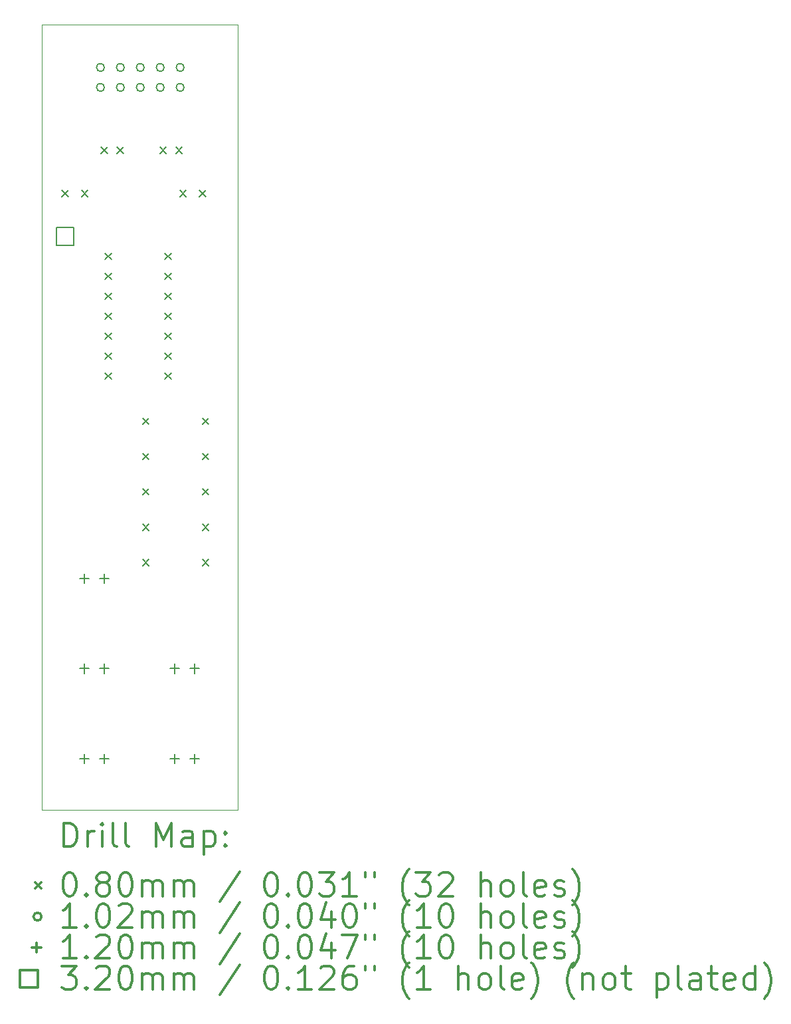
<source format=gbr>
%FSLAX45Y45*%
G04 Gerber Fmt 4.5, Leading zero omitted, Abs format (unit mm)*
G04 Created by KiCad (PCBNEW (5.1.8-0-10_14)) date 2021-08-22 20:14:19*
%MOMM*%
%LPD*%
G01*
G04 APERTURE LIST*
%TA.AperFunction,Profile*%
%ADD10C,0.050000*%
%TD*%
%ADD11C,0.200000*%
%ADD12C,0.300000*%
G04 APERTURE END LIST*
D10*
X5000000Y-15000000D02*
X5000000Y-5000000D01*
X7500000Y-15000000D02*
X5000000Y-15000000D01*
X7500000Y-5000000D02*
X7500000Y-15000000D01*
X5000000Y-5000000D02*
X7500000Y-5000000D01*
D11*
X5260000Y-7110000D02*
X5340000Y-7190000D01*
X5340000Y-7110000D02*
X5260000Y-7190000D01*
X5510000Y-7110000D02*
X5590000Y-7190000D01*
X5590000Y-7110000D02*
X5510000Y-7190000D01*
X6289500Y-10910000D02*
X6369500Y-10990000D01*
X6369500Y-10910000D02*
X6289500Y-10990000D01*
X7051500Y-10910000D02*
X7131500Y-10990000D01*
X7131500Y-10910000D02*
X7051500Y-10990000D01*
X6289500Y-11360000D02*
X6369500Y-11440000D01*
X6369500Y-11360000D02*
X6289500Y-11440000D01*
X7051500Y-11360000D02*
X7131500Y-11440000D01*
X7131500Y-11360000D02*
X7051500Y-11440000D01*
X6289500Y-11810000D02*
X6369500Y-11890000D01*
X6369500Y-11810000D02*
X6289500Y-11890000D01*
X7051500Y-11810000D02*
X7131500Y-11890000D01*
X7131500Y-11810000D02*
X7051500Y-11890000D01*
X6510000Y-6560000D02*
X6590000Y-6640000D01*
X6590000Y-6560000D02*
X6510000Y-6640000D01*
X6710000Y-6560000D02*
X6790000Y-6640000D01*
X6790000Y-6560000D02*
X6710000Y-6640000D01*
X5810000Y-7910000D02*
X5890000Y-7990000D01*
X5890000Y-7910000D02*
X5810000Y-7990000D01*
X5810000Y-8164000D02*
X5890000Y-8244000D01*
X5890000Y-8164000D02*
X5810000Y-8244000D01*
X5810000Y-8418000D02*
X5890000Y-8498000D01*
X5890000Y-8418000D02*
X5810000Y-8498000D01*
X5810000Y-8672000D02*
X5890000Y-8752000D01*
X5890000Y-8672000D02*
X5810000Y-8752000D01*
X5810000Y-8926000D02*
X5890000Y-9006000D01*
X5890000Y-8926000D02*
X5810000Y-9006000D01*
X5810000Y-9180000D02*
X5890000Y-9260000D01*
X5890000Y-9180000D02*
X5810000Y-9260000D01*
X5810000Y-9434000D02*
X5890000Y-9514000D01*
X5890000Y-9434000D02*
X5810000Y-9514000D01*
X6572000Y-7910000D02*
X6652000Y-7990000D01*
X6652000Y-7910000D02*
X6572000Y-7990000D01*
X6572000Y-8164000D02*
X6652000Y-8244000D01*
X6652000Y-8164000D02*
X6572000Y-8244000D01*
X6572000Y-8418000D02*
X6652000Y-8498000D01*
X6652000Y-8418000D02*
X6572000Y-8498000D01*
X6572000Y-8672000D02*
X6652000Y-8752000D01*
X6652000Y-8672000D02*
X6572000Y-8752000D01*
X6572000Y-8926000D02*
X6652000Y-9006000D01*
X6652000Y-8926000D02*
X6572000Y-9006000D01*
X6572000Y-9180000D02*
X6652000Y-9260000D01*
X6652000Y-9180000D02*
X6572000Y-9260000D01*
X6572000Y-9434000D02*
X6652000Y-9514000D01*
X6652000Y-9434000D02*
X6572000Y-9514000D01*
X6289500Y-10010000D02*
X6369500Y-10090000D01*
X6369500Y-10010000D02*
X6289500Y-10090000D01*
X7051500Y-10010000D02*
X7131500Y-10090000D01*
X7131500Y-10010000D02*
X7051500Y-10090000D01*
X6289500Y-10460000D02*
X6369500Y-10540000D01*
X6369500Y-10460000D02*
X6289500Y-10540000D01*
X7051500Y-10460000D02*
X7131500Y-10540000D01*
X7131500Y-10460000D02*
X7051500Y-10540000D01*
X5760000Y-6560000D02*
X5840000Y-6640000D01*
X5840000Y-6560000D02*
X5760000Y-6640000D01*
X5960000Y-6560000D02*
X6040000Y-6640000D01*
X6040000Y-6560000D02*
X5960000Y-6640000D01*
X6760000Y-7110000D02*
X6840000Y-7190000D01*
X6840000Y-7110000D02*
X6760000Y-7190000D01*
X7010000Y-7110000D02*
X7090000Y-7190000D01*
X7090000Y-7110000D02*
X7010000Y-7190000D01*
X5800800Y-5546000D02*
G75*
G03*
X5800800Y-5546000I-50800J0D01*
G01*
X5800800Y-5800000D02*
G75*
G03*
X5800800Y-5800000I-50800J0D01*
G01*
X6054800Y-5546000D02*
G75*
G03*
X6054800Y-5546000I-50800J0D01*
G01*
X6054800Y-5800000D02*
G75*
G03*
X6054800Y-5800000I-50800J0D01*
G01*
X6308800Y-5546000D02*
G75*
G03*
X6308800Y-5546000I-50800J0D01*
G01*
X6308800Y-5800000D02*
G75*
G03*
X6308800Y-5800000I-50800J0D01*
G01*
X6562800Y-5546000D02*
G75*
G03*
X6562800Y-5546000I-50800J0D01*
G01*
X6562800Y-5800000D02*
G75*
G03*
X6562800Y-5800000I-50800J0D01*
G01*
X6816800Y-5546000D02*
G75*
G03*
X6816800Y-5546000I-50800J0D01*
G01*
X6816800Y-5800000D02*
G75*
G03*
X6816800Y-5800000I-50800J0D01*
G01*
X5546000Y-11990000D02*
X5546000Y-12110000D01*
X5486000Y-12050000D02*
X5606000Y-12050000D01*
X5800000Y-11990000D02*
X5800000Y-12110000D01*
X5740000Y-12050000D02*
X5860000Y-12050000D01*
X5546000Y-14290000D02*
X5546000Y-14410000D01*
X5486000Y-14350000D02*
X5606000Y-14350000D01*
X5800000Y-14290000D02*
X5800000Y-14410000D01*
X5740000Y-14350000D02*
X5860000Y-14350000D01*
X6696000Y-14290000D02*
X6696000Y-14410000D01*
X6636000Y-14350000D02*
X6756000Y-14350000D01*
X5546000Y-13140000D02*
X5546000Y-13260000D01*
X5486000Y-13200000D02*
X5606000Y-13200000D01*
X5800000Y-13140000D02*
X5800000Y-13260000D01*
X5740000Y-13200000D02*
X5860000Y-13200000D01*
X6696000Y-13140000D02*
X6696000Y-13260000D01*
X6636000Y-13200000D02*
X6756000Y-13200000D01*
X6950000Y-13140000D02*
X6950000Y-13260000D01*
X6890000Y-13200000D02*
X7010000Y-13200000D01*
X6950000Y-14290000D02*
X6950000Y-14410000D01*
X6890000Y-14350000D02*
X7010000Y-14350000D01*
X5413138Y-7813138D02*
X5413138Y-7586862D01*
X5186862Y-7586862D01*
X5186862Y-7813138D01*
X5413138Y-7813138D01*
D12*
X5283928Y-15468214D02*
X5283928Y-15168214D01*
X5355357Y-15168214D01*
X5398214Y-15182500D01*
X5426786Y-15211071D01*
X5441071Y-15239643D01*
X5455357Y-15296786D01*
X5455357Y-15339643D01*
X5441071Y-15396786D01*
X5426786Y-15425357D01*
X5398214Y-15453929D01*
X5355357Y-15468214D01*
X5283928Y-15468214D01*
X5583928Y-15468214D02*
X5583928Y-15268214D01*
X5583928Y-15325357D02*
X5598214Y-15296786D01*
X5612500Y-15282500D01*
X5641071Y-15268214D01*
X5669643Y-15268214D01*
X5769643Y-15468214D02*
X5769643Y-15268214D01*
X5769643Y-15168214D02*
X5755357Y-15182500D01*
X5769643Y-15196786D01*
X5783928Y-15182500D01*
X5769643Y-15168214D01*
X5769643Y-15196786D01*
X5955357Y-15468214D02*
X5926786Y-15453929D01*
X5912500Y-15425357D01*
X5912500Y-15168214D01*
X6112500Y-15468214D02*
X6083928Y-15453929D01*
X6069643Y-15425357D01*
X6069643Y-15168214D01*
X6455357Y-15468214D02*
X6455357Y-15168214D01*
X6555357Y-15382500D01*
X6655357Y-15168214D01*
X6655357Y-15468214D01*
X6926786Y-15468214D02*
X6926786Y-15311071D01*
X6912500Y-15282500D01*
X6883928Y-15268214D01*
X6826786Y-15268214D01*
X6798214Y-15282500D01*
X6926786Y-15453929D02*
X6898214Y-15468214D01*
X6826786Y-15468214D01*
X6798214Y-15453929D01*
X6783928Y-15425357D01*
X6783928Y-15396786D01*
X6798214Y-15368214D01*
X6826786Y-15353929D01*
X6898214Y-15353929D01*
X6926786Y-15339643D01*
X7069643Y-15268214D02*
X7069643Y-15568214D01*
X7069643Y-15282500D02*
X7098214Y-15268214D01*
X7155357Y-15268214D01*
X7183928Y-15282500D01*
X7198214Y-15296786D01*
X7212500Y-15325357D01*
X7212500Y-15411071D01*
X7198214Y-15439643D01*
X7183928Y-15453929D01*
X7155357Y-15468214D01*
X7098214Y-15468214D01*
X7069643Y-15453929D01*
X7341071Y-15439643D02*
X7355357Y-15453929D01*
X7341071Y-15468214D01*
X7326786Y-15453929D01*
X7341071Y-15439643D01*
X7341071Y-15468214D01*
X7341071Y-15282500D02*
X7355357Y-15296786D01*
X7341071Y-15311071D01*
X7326786Y-15296786D01*
X7341071Y-15282500D01*
X7341071Y-15311071D01*
X4917500Y-15922500D02*
X4997500Y-16002500D01*
X4997500Y-15922500D02*
X4917500Y-16002500D01*
X5341071Y-15798214D02*
X5369643Y-15798214D01*
X5398214Y-15812500D01*
X5412500Y-15826786D01*
X5426786Y-15855357D01*
X5441071Y-15912500D01*
X5441071Y-15983929D01*
X5426786Y-16041071D01*
X5412500Y-16069643D01*
X5398214Y-16083929D01*
X5369643Y-16098214D01*
X5341071Y-16098214D01*
X5312500Y-16083929D01*
X5298214Y-16069643D01*
X5283928Y-16041071D01*
X5269643Y-15983929D01*
X5269643Y-15912500D01*
X5283928Y-15855357D01*
X5298214Y-15826786D01*
X5312500Y-15812500D01*
X5341071Y-15798214D01*
X5569643Y-16069643D02*
X5583928Y-16083929D01*
X5569643Y-16098214D01*
X5555357Y-16083929D01*
X5569643Y-16069643D01*
X5569643Y-16098214D01*
X5755357Y-15926786D02*
X5726786Y-15912500D01*
X5712500Y-15898214D01*
X5698214Y-15869643D01*
X5698214Y-15855357D01*
X5712500Y-15826786D01*
X5726786Y-15812500D01*
X5755357Y-15798214D01*
X5812500Y-15798214D01*
X5841071Y-15812500D01*
X5855357Y-15826786D01*
X5869643Y-15855357D01*
X5869643Y-15869643D01*
X5855357Y-15898214D01*
X5841071Y-15912500D01*
X5812500Y-15926786D01*
X5755357Y-15926786D01*
X5726786Y-15941071D01*
X5712500Y-15955357D01*
X5698214Y-15983929D01*
X5698214Y-16041071D01*
X5712500Y-16069643D01*
X5726786Y-16083929D01*
X5755357Y-16098214D01*
X5812500Y-16098214D01*
X5841071Y-16083929D01*
X5855357Y-16069643D01*
X5869643Y-16041071D01*
X5869643Y-15983929D01*
X5855357Y-15955357D01*
X5841071Y-15941071D01*
X5812500Y-15926786D01*
X6055357Y-15798214D02*
X6083928Y-15798214D01*
X6112500Y-15812500D01*
X6126786Y-15826786D01*
X6141071Y-15855357D01*
X6155357Y-15912500D01*
X6155357Y-15983929D01*
X6141071Y-16041071D01*
X6126786Y-16069643D01*
X6112500Y-16083929D01*
X6083928Y-16098214D01*
X6055357Y-16098214D01*
X6026786Y-16083929D01*
X6012500Y-16069643D01*
X5998214Y-16041071D01*
X5983928Y-15983929D01*
X5983928Y-15912500D01*
X5998214Y-15855357D01*
X6012500Y-15826786D01*
X6026786Y-15812500D01*
X6055357Y-15798214D01*
X6283928Y-16098214D02*
X6283928Y-15898214D01*
X6283928Y-15926786D02*
X6298214Y-15912500D01*
X6326786Y-15898214D01*
X6369643Y-15898214D01*
X6398214Y-15912500D01*
X6412500Y-15941071D01*
X6412500Y-16098214D01*
X6412500Y-15941071D02*
X6426786Y-15912500D01*
X6455357Y-15898214D01*
X6498214Y-15898214D01*
X6526786Y-15912500D01*
X6541071Y-15941071D01*
X6541071Y-16098214D01*
X6683928Y-16098214D02*
X6683928Y-15898214D01*
X6683928Y-15926786D02*
X6698214Y-15912500D01*
X6726786Y-15898214D01*
X6769643Y-15898214D01*
X6798214Y-15912500D01*
X6812500Y-15941071D01*
X6812500Y-16098214D01*
X6812500Y-15941071D02*
X6826786Y-15912500D01*
X6855357Y-15898214D01*
X6898214Y-15898214D01*
X6926786Y-15912500D01*
X6941071Y-15941071D01*
X6941071Y-16098214D01*
X7526786Y-15783929D02*
X7269643Y-16169643D01*
X7912500Y-15798214D02*
X7941071Y-15798214D01*
X7969643Y-15812500D01*
X7983928Y-15826786D01*
X7998214Y-15855357D01*
X8012500Y-15912500D01*
X8012500Y-15983929D01*
X7998214Y-16041071D01*
X7983928Y-16069643D01*
X7969643Y-16083929D01*
X7941071Y-16098214D01*
X7912500Y-16098214D01*
X7883928Y-16083929D01*
X7869643Y-16069643D01*
X7855357Y-16041071D01*
X7841071Y-15983929D01*
X7841071Y-15912500D01*
X7855357Y-15855357D01*
X7869643Y-15826786D01*
X7883928Y-15812500D01*
X7912500Y-15798214D01*
X8141071Y-16069643D02*
X8155357Y-16083929D01*
X8141071Y-16098214D01*
X8126786Y-16083929D01*
X8141071Y-16069643D01*
X8141071Y-16098214D01*
X8341071Y-15798214D02*
X8369643Y-15798214D01*
X8398214Y-15812500D01*
X8412500Y-15826786D01*
X8426786Y-15855357D01*
X8441071Y-15912500D01*
X8441071Y-15983929D01*
X8426786Y-16041071D01*
X8412500Y-16069643D01*
X8398214Y-16083929D01*
X8369643Y-16098214D01*
X8341071Y-16098214D01*
X8312500Y-16083929D01*
X8298214Y-16069643D01*
X8283928Y-16041071D01*
X8269643Y-15983929D01*
X8269643Y-15912500D01*
X8283928Y-15855357D01*
X8298214Y-15826786D01*
X8312500Y-15812500D01*
X8341071Y-15798214D01*
X8541071Y-15798214D02*
X8726786Y-15798214D01*
X8626786Y-15912500D01*
X8669643Y-15912500D01*
X8698214Y-15926786D01*
X8712500Y-15941071D01*
X8726786Y-15969643D01*
X8726786Y-16041071D01*
X8712500Y-16069643D01*
X8698214Y-16083929D01*
X8669643Y-16098214D01*
X8583928Y-16098214D01*
X8555357Y-16083929D01*
X8541071Y-16069643D01*
X9012500Y-16098214D02*
X8841071Y-16098214D01*
X8926786Y-16098214D02*
X8926786Y-15798214D01*
X8898214Y-15841071D01*
X8869643Y-15869643D01*
X8841071Y-15883929D01*
X9126786Y-15798214D02*
X9126786Y-15855357D01*
X9241071Y-15798214D02*
X9241071Y-15855357D01*
X9683928Y-16212500D02*
X9669643Y-16198214D01*
X9641071Y-16155357D01*
X9626786Y-16126786D01*
X9612500Y-16083929D01*
X9598214Y-16012500D01*
X9598214Y-15955357D01*
X9612500Y-15883929D01*
X9626786Y-15841071D01*
X9641071Y-15812500D01*
X9669643Y-15769643D01*
X9683928Y-15755357D01*
X9769643Y-15798214D02*
X9955357Y-15798214D01*
X9855357Y-15912500D01*
X9898214Y-15912500D01*
X9926786Y-15926786D01*
X9941071Y-15941071D01*
X9955357Y-15969643D01*
X9955357Y-16041071D01*
X9941071Y-16069643D01*
X9926786Y-16083929D01*
X9898214Y-16098214D01*
X9812500Y-16098214D01*
X9783928Y-16083929D01*
X9769643Y-16069643D01*
X10069643Y-15826786D02*
X10083928Y-15812500D01*
X10112500Y-15798214D01*
X10183928Y-15798214D01*
X10212500Y-15812500D01*
X10226786Y-15826786D01*
X10241071Y-15855357D01*
X10241071Y-15883929D01*
X10226786Y-15926786D01*
X10055357Y-16098214D01*
X10241071Y-16098214D01*
X10598214Y-16098214D02*
X10598214Y-15798214D01*
X10726786Y-16098214D02*
X10726786Y-15941071D01*
X10712500Y-15912500D01*
X10683928Y-15898214D01*
X10641071Y-15898214D01*
X10612500Y-15912500D01*
X10598214Y-15926786D01*
X10912500Y-16098214D02*
X10883928Y-16083929D01*
X10869643Y-16069643D01*
X10855357Y-16041071D01*
X10855357Y-15955357D01*
X10869643Y-15926786D01*
X10883928Y-15912500D01*
X10912500Y-15898214D01*
X10955357Y-15898214D01*
X10983928Y-15912500D01*
X10998214Y-15926786D01*
X11012500Y-15955357D01*
X11012500Y-16041071D01*
X10998214Y-16069643D01*
X10983928Y-16083929D01*
X10955357Y-16098214D01*
X10912500Y-16098214D01*
X11183928Y-16098214D02*
X11155357Y-16083929D01*
X11141071Y-16055357D01*
X11141071Y-15798214D01*
X11412500Y-16083929D02*
X11383928Y-16098214D01*
X11326786Y-16098214D01*
X11298214Y-16083929D01*
X11283928Y-16055357D01*
X11283928Y-15941071D01*
X11298214Y-15912500D01*
X11326786Y-15898214D01*
X11383928Y-15898214D01*
X11412500Y-15912500D01*
X11426786Y-15941071D01*
X11426786Y-15969643D01*
X11283928Y-15998214D01*
X11541071Y-16083929D02*
X11569643Y-16098214D01*
X11626786Y-16098214D01*
X11655357Y-16083929D01*
X11669643Y-16055357D01*
X11669643Y-16041071D01*
X11655357Y-16012500D01*
X11626786Y-15998214D01*
X11583928Y-15998214D01*
X11555357Y-15983929D01*
X11541071Y-15955357D01*
X11541071Y-15941071D01*
X11555357Y-15912500D01*
X11583928Y-15898214D01*
X11626786Y-15898214D01*
X11655357Y-15912500D01*
X11769643Y-16212500D02*
X11783928Y-16198214D01*
X11812500Y-16155357D01*
X11826786Y-16126786D01*
X11841071Y-16083929D01*
X11855357Y-16012500D01*
X11855357Y-15955357D01*
X11841071Y-15883929D01*
X11826786Y-15841071D01*
X11812500Y-15812500D01*
X11783928Y-15769643D01*
X11769643Y-15755357D01*
X4997500Y-16358500D02*
G75*
G03*
X4997500Y-16358500I-50800J0D01*
G01*
X5441071Y-16494214D02*
X5269643Y-16494214D01*
X5355357Y-16494214D02*
X5355357Y-16194214D01*
X5326786Y-16237071D01*
X5298214Y-16265643D01*
X5269643Y-16279929D01*
X5569643Y-16465643D02*
X5583928Y-16479929D01*
X5569643Y-16494214D01*
X5555357Y-16479929D01*
X5569643Y-16465643D01*
X5569643Y-16494214D01*
X5769643Y-16194214D02*
X5798214Y-16194214D01*
X5826786Y-16208500D01*
X5841071Y-16222786D01*
X5855357Y-16251357D01*
X5869643Y-16308500D01*
X5869643Y-16379929D01*
X5855357Y-16437071D01*
X5841071Y-16465643D01*
X5826786Y-16479929D01*
X5798214Y-16494214D01*
X5769643Y-16494214D01*
X5741071Y-16479929D01*
X5726786Y-16465643D01*
X5712500Y-16437071D01*
X5698214Y-16379929D01*
X5698214Y-16308500D01*
X5712500Y-16251357D01*
X5726786Y-16222786D01*
X5741071Y-16208500D01*
X5769643Y-16194214D01*
X5983928Y-16222786D02*
X5998214Y-16208500D01*
X6026786Y-16194214D01*
X6098214Y-16194214D01*
X6126786Y-16208500D01*
X6141071Y-16222786D01*
X6155357Y-16251357D01*
X6155357Y-16279929D01*
X6141071Y-16322786D01*
X5969643Y-16494214D01*
X6155357Y-16494214D01*
X6283928Y-16494214D02*
X6283928Y-16294214D01*
X6283928Y-16322786D02*
X6298214Y-16308500D01*
X6326786Y-16294214D01*
X6369643Y-16294214D01*
X6398214Y-16308500D01*
X6412500Y-16337071D01*
X6412500Y-16494214D01*
X6412500Y-16337071D02*
X6426786Y-16308500D01*
X6455357Y-16294214D01*
X6498214Y-16294214D01*
X6526786Y-16308500D01*
X6541071Y-16337071D01*
X6541071Y-16494214D01*
X6683928Y-16494214D02*
X6683928Y-16294214D01*
X6683928Y-16322786D02*
X6698214Y-16308500D01*
X6726786Y-16294214D01*
X6769643Y-16294214D01*
X6798214Y-16308500D01*
X6812500Y-16337071D01*
X6812500Y-16494214D01*
X6812500Y-16337071D02*
X6826786Y-16308500D01*
X6855357Y-16294214D01*
X6898214Y-16294214D01*
X6926786Y-16308500D01*
X6941071Y-16337071D01*
X6941071Y-16494214D01*
X7526786Y-16179929D02*
X7269643Y-16565643D01*
X7912500Y-16194214D02*
X7941071Y-16194214D01*
X7969643Y-16208500D01*
X7983928Y-16222786D01*
X7998214Y-16251357D01*
X8012500Y-16308500D01*
X8012500Y-16379929D01*
X7998214Y-16437071D01*
X7983928Y-16465643D01*
X7969643Y-16479929D01*
X7941071Y-16494214D01*
X7912500Y-16494214D01*
X7883928Y-16479929D01*
X7869643Y-16465643D01*
X7855357Y-16437071D01*
X7841071Y-16379929D01*
X7841071Y-16308500D01*
X7855357Y-16251357D01*
X7869643Y-16222786D01*
X7883928Y-16208500D01*
X7912500Y-16194214D01*
X8141071Y-16465643D02*
X8155357Y-16479929D01*
X8141071Y-16494214D01*
X8126786Y-16479929D01*
X8141071Y-16465643D01*
X8141071Y-16494214D01*
X8341071Y-16194214D02*
X8369643Y-16194214D01*
X8398214Y-16208500D01*
X8412500Y-16222786D01*
X8426786Y-16251357D01*
X8441071Y-16308500D01*
X8441071Y-16379929D01*
X8426786Y-16437071D01*
X8412500Y-16465643D01*
X8398214Y-16479929D01*
X8369643Y-16494214D01*
X8341071Y-16494214D01*
X8312500Y-16479929D01*
X8298214Y-16465643D01*
X8283928Y-16437071D01*
X8269643Y-16379929D01*
X8269643Y-16308500D01*
X8283928Y-16251357D01*
X8298214Y-16222786D01*
X8312500Y-16208500D01*
X8341071Y-16194214D01*
X8698214Y-16294214D02*
X8698214Y-16494214D01*
X8626786Y-16179929D02*
X8555357Y-16394214D01*
X8741071Y-16394214D01*
X8912500Y-16194214D02*
X8941071Y-16194214D01*
X8969643Y-16208500D01*
X8983928Y-16222786D01*
X8998214Y-16251357D01*
X9012500Y-16308500D01*
X9012500Y-16379929D01*
X8998214Y-16437071D01*
X8983928Y-16465643D01*
X8969643Y-16479929D01*
X8941071Y-16494214D01*
X8912500Y-16494214D01*
X8883928Y-16479929D01*
X8869643Y-16465643D01*
X8855357Y-16437071D01*
X8841071Y-16379929D01*
X8841071Y-16308500D01*
X8855357Y-16251357D01*
X8869643Y-16222786D01*
X8883928Y-16208500D01*
X8912500Y-16194214D01*
X9126786Y-16194214D02*
X9126786Y-16251357D01*
X9241071Y-16194214D02*
X9241071Y-16251357D01*
X9683928Y-16608500D02*
X9669643Y-16594214D01*
X9641071Y-16551357D01*
X9626786Y-16522786D01*
X9612500Y-16479929D01*
X9598214Y-16408500D01*
X9598214Y-16351357D01*
X9612500Y-16279929D01*
X9626786Y-16237071D01*
X9641071Y-16208500D01*
X9669643Y-16165643D01*
X9683928Y-16151357D01*
X9955357Y-16494214D02*
X9783928Y-16494214D01*
X9869643Y-16494214D02*
X9869643Y-16194214D01*
X9841071Y-16237071D01*
X9812500Y-16265643D01*
X9783928Y-16279929D01*
X10141071Y-16194214D02*
X10169643Y-16194214D01*
X10198214Y-16208500D01*
X10212500Y-16222786D01*
X10226786Y-16251357D01*
X10241071Y-16308500D01*
X10241071Y-16379929D01*
X10226786Y-16437071D01*
X10212500Y-16465643D01*
X10198214Y-16479929D01*
X10169643Y-16494214D01*
X10141071Y-16494214D01*
X10112500Y-16479929D01*
X10098214Y-16465643D01*
X10083928Y-16437071D01*
X10069643Y-16379929D01*
X10069643Y-16308500D01*
X10083928Y-16251357D01*
X10098214Y-16222786D01*
X10112500Y-16208500D01*
X10141071Y-16194214D01*
X10598214Y-16494214D02*
X10598214Y-16194214D01*
X10726786Y-16494214D02*
X10726786Y-16337071D01*
X10712500Y-16308500D01*
X10683928Y-16294214D01*
X10641071Y-16294214D01*
X10612500Y-16308500D01*
X10598214Y-16322786D01*
X10912500Y-16494214D02*
X10883928Y-16479929D01*
X10869643Y-16465643D01*
X10855357Y-16437071D01*
X10855357Y-16351357D01*
X10869643Y-16322786D01*
X10883928Y-16308500D01*
X10912500Y-16294214D01*
X10955357Y-16294214D01*
X10983928Y-16308500D01*
X10998214Y-16322786D01*
X11012500Y-16351357D01*
X11012500Y-16437071D01*
X10998214Y-16465643D01*
X10983928Y-16479929D01*
X10955357Y-16494214D01*
X10912500Y-16494214D01*
X11183928Y-16494214D02*
X11155357Y-16479929D01*
X11141071Y-16451357D01*
X11141071Y-16194214D01*
X11412500Y-16479929D02*
X11383928Y-16494214D01*
X11326786Y-16494214D01*
X11298214Y-16479929D01*
X11283928Y-16451357D01*
X11283928Y-16337071D01*
X11298214Y-16308500D01*
X11326786Y-16294214D01*
X11383928Y-16294214D01*
X11412500Y-16308500D01*
X11426786Y-16337071D01*
X11426786Y-16365643D01*
X11283928Y-16394214D01*
X11541071Y-16479929D02*
X11569643Y-16494214D01*
X11626786Y-16494214D01*
X11655357Y-16479929D01*
X11669643Y-16451357D01*
X11669643Y-16437071D01*
X11655357Y-16408500D01*
X11626786Y-16394214D01*
X11583928Y-16394214D01*
X11555357Y-16379929D01*
X11541071Y-16351357D01*
X11541071Y-16337071D01*
X11555357Y-16308500D01*
X11583928Y-16294214D01*
X11626786Y-16294214D01*
X11655357Y-16308500D01*
X11769643Y-16608500D02*
X11783928Y-16594214D01*
X11812500Y-16551357D01*
X11826786Y-16522786D01*
X11841071Y-16479929D01*
X11855357Y-16408500D01*
X11855357Y-16351357D01*
X11841071Y-16279929D01*
X11826786Y-16237071D01*
X11812500Y-16208500D01*
X11783928Y-16165643D01*
X11769643Y-16151357D01*
X4937500Y-16694500D02*
X4937500Y-16814500D01*
X4877500Y-16754500D02*
X4997500Y-16754500D01*
X5441071Y-16890214D02*
X5269643Y-16890214D01*
X5355357Y-16890214D02*
X5355357Y-16590214D01*
X5326786Y-16633071D01*
X5298214Y-16661643D01*
X5269643Y-16675929D01*
X5569643Y-16861643D02*
X5583928Y-16875929D01*
X5569643Y-16890214D01*
X5555357Y-16875929D01*
X5569643Y-16861643D01*
X5569643Y-16890214D01*
X5698214Y-16618786D02*
X5712500Y-16604500D01*
X5741071Y-16590214D01*
X5812500Y-16590214D01*
X5841071Y-16604500D01*
X5855357Y-16618786D01*
X5869643Y-16647357D01*
X5869643Y-16675929D01*
X5855357Y-16718786D01*
X5683928Y-16890214D01*
X5869643Y-16890214D01*
X6055357Y-16590214D02*
X6083928Y-16590214D01*
X6112500Y-16604500D01*
X6126786Y-16618786D01*
X6141071Y-16647357D01*
X6155357Y-16704500D01*
X6155357Y-16775929D01*
X6141071Y-16833072D01*
X6126786Y-16861643D01*
X6112500Y-16875929D01*
X6083928Y-16890214D01*
X6055357Y-16890214D01*
X6026786Y-16875929D01*
X6012500Y-16861643D01*
X5998214Y-16833072D01*
X5983928Y-16775929D01*
X5983928Y-16704500D01*
X5998214Y-16647357D01*
X6012500Y-16618786D01*
X6026786Y-16604500D01*
X6055357Y-16590214D01*
X6283928Y-16890214D02*
X6283928Y-16690214D01*
X6283928Y-16718786D02*
X6298214Y-16704500D01*
X6326786Y-16690214D01*
X6369643Y-16690214D01*
X6398214Y-16704500D01*
X6412500Y-16733071D01*
X6412500Y-16890214D01*
X6412500Y-16733071D02*
X6426786Y-16704500D01*
X6455357Y-16690214D01*
X6498214Y-16690214D01*
X6526786Y-16704500D01*
X6541071Y-16733071D01*
X6541071Y-16890214D01*
X6683928Y-16890214D02*
X6683928Y-16690214D01*
X6683928Y-16718786D02*
X6698214Y-16704500D01*
X6726786Y-16690214D01*
X6769643Y-16690214D01*
X6798214Y-16704500D01*
X6812500Y-16733071D01*
X6812500Y-16890214D01*
X6812500Y-16733071D02*
X6826786Y-16704500D01*
X6855357Y-16690214D01*
X6898214Y-16690214D01*
X6926786Y-16704500D01*
X6941071Y-16733071D01*
X6941071Y-16890214D01*
X7526786Y-16575929D02*
X7269643Y-16961643D01*
X7912500Y-16590214D02*
X7941071Y-16590214D01*
X7969643Y-16604500D01*
X7983928Y-16618786D01*
X7998214Y-16647357D01*
X8012500Y-16704500D01*
X8012500Y-16775929D01*
X7998214Y-16833072D01*
X7983928Y-16861643D01*
X7969643Y-16875929D01*
X7941071Y-16890214D01*
X7912500Y-16890214D01*
X7883928Y-16875929D01*
X7869643Y-16861643D01*
X7855357Y-16833072D01*
X7841071Y-16775929D01*
X7841071Y-16704500D01*
X7855357Y-16647357D01*
X7869643Y-16618786D01*
X7883928Y-16604500D01*
X7912500Y-16590214D01*
X8141071Y-16861643D02*
X8155357Y-16875929D01*
X8141071Y-16890214D01*
X8126786Y-16875929D01*
X8141071Y-16861643D01*
X8141071Y-16890214D01*
X8341071Y-16590214D02*
X8369643Y-16590214D01*
X8398214Y-16604500D01*
X8412500Y-16618786D01*
X8426786Y-16647357D01*
X8441071Y-16704500D01*
X8441071Y-16775929D01*
X8426786Y-16833072D01*
X8412500Y-16861643D01*
X8398214Y-16875929D01*
X8369643Y-16890214D01*
X8341071Y-16890214D01*
X8312500Y-16875929D01*
X8298214Y-16861643D01*
X8283928Y-16833072D01*
X8269643Y-16775929D01*
X8269643Y-16704500D01*
X8283928Y-16647357D01*
X8298214Y-16618786D01*
X8312500Y-16604500D01*
X8341071Y-16590214D01*
X8698214Y-16690214D02*
X8698214Y-16890214D01*
X8626786Y-16575929D02*
X8555357Y-16790214D01*
X8741071Y-16790214D01*
X8826786Y-16590214D02*
X9026786Y-16590214D01*
X8898214Y-16890214D01*
X9126786Y-16590214D02*
X9126786Y-16647357D01*
X9241071Y-16590214D02*
X9241071Y-16647357D01*
X9683928Y-17004500D02*
X9669643Y-16990214D01*
X9641071Y-16947357D01*
X9626786Y-16918786D01*
X9612500Y-16875929D01*
X9598214Y-16804500D01*
X9598214Y-16747357D01*
X9612500Y-16675929D01*
X9626786Y-16633071D01*
X9641071Y-16604500D01*
X9669643Y-16561643D01*
X9683928Y-16547357D01*
X9955357Y-16890214D02*
X9783928Y-16890214D01*
X9869643Y-16890214D02*
X9869643Y-16590214D01*
X9841071Y-16633071D01*
X9812500Y-16661643D01*
X9783928Y-16675929D01*
X10141071Y-16590214D02*
X10169643Y-16590214D01*
X10198214Y-16604500D01*
X10212500Y-16618786D01*
X10226786Y-16647357D01*
X10241071Y-16704500D01*
X10241071Y-16775929D01*
X10226786Y-16833072D01*
X10212500Y-16861643D01*
X10198214Y-16875929D01*
X10169643Y-16890214D01*
X10141071Y-16890214D01*
X10112500Y-16875929D01*
X10098214Y-16861643D01*
X10083928Y-16833072D01*
X10069643Y-16775929D01*
X10069643Y-16704500D01*
X10083928Y-16647357D01*
X10098214Y-16618786D01*
X10112500Y-16604500D01*
X10141071Y-16590214D01*
X10598214Y-16890214D02*
X10598214Y-16590214D01*
X10726786Y-16890214D02*
X10726786Y-16733071D01*
X10712500Y-16704500D01*
X10683928Y-16690214D01*
X10641071Y-16690214D01*
X10612500Y-16704500D01*
X10598214Y-16718786D01*
X10912500Y-16890214D02*
X10883928Y-16875929D01*
X10869643Y-16861643D01*
X10855357Y-16833072D01*
X10855357Y-16747357D01*
X10869643Y-16718786D01*
X10883928Y-16704500D01*
X10912500Y-16690214D01*
X10955357Y-16690214D01*
X10983928Y-16704500D01*
X10998214Y-16718786D01*
X11012500Y-16747357D01*
X11012500Y-16833072D01*
X10998214Y-16861643D01*
X10983928Y-16875929D01*
X10955357Y-16890214D01*
X10912500Y-16890214D01*
X11183928Y-16890214D02*
X11155357Y-16875929D01*
X11141071Y-16847357D01*
X11141071Y-16590214D01*
X11412500Y-16875929D02*
X11383928Y-16890214D01*
X11326786Y-16890214D01*
X11298214Y-16875929D01*
X11283928Y-16847357D01*
X11283928Y-16733071D01*
X11298214Y-16704500D01*
X11326786Y-16690214D01*
X11383928Y-16690214D01*
X11412500Y-16704500D01*
X11426786Y-16733071D01*
X11426786Y-16761643D01*
X11283928Y-16790214D01*
X11541071Y-16875929D02*
X11569643Y-16890214D01*
X11626786Y-16890214D01*
X11655357Y-16875929D01*
X11669643Y-16847357D01*
X11669643Y-16833072D01*
X11655357Y-16804500D01*
X11626786Y-16790214D01*
X11583928Y-16790214D01*
X11555357Y-16775929D01*
X11541071Y-16747357D01*
X11541071Y-16733071D01*
X11555357Y-16704500D01*
X11583928Y-16690214D01*
X11626786Y-16690214D01*
X11655357Y-16704500D01*
X11769643Y-17004500D02*
X11783928Y-16990214D01*
X11812500Y-16947357D01*
X11826786Y-16918786D01*
X11841071Y-16875929D01*
X11855357Y-16804500D01*
X11855357Y-16747357D01*
X11841071Y-16675929D01*
X11826786Y-16633071D01*
X11812500Y-16604500D01*
X11783928Y-16561643D01*
X11769643Y-16547357D01*
X4950638Y-17263638D02*
X4950638Y-17037362D01*
X4724362Y-17037362D01*
X4724362Y-17263638D01*
X4950638Y-17263638D01*
X5255357Y-16986214D02*
X5441071Y-16986214D01*
X5341071Y-17100500D01*
X5383928Y-17100500D01*
X5412500Y-17114786D01*
X5426786Y-17129072D01*
X5441071Y-17157643D01*
X5441071Y-17229072D01*
X5426786Y-17257643D01*
X5412500Y-17271929D01*
X5383928Y-17286214D01*
X5298214Y-17286214D01*
X5269643Y-17271929D01*
X5255357Y-17257643D01*
X5569643Y-17257643D02*
X5583928Y-17271929D01*
X5569643Y-17286214D01*
X5555357Y-17271929D01*
X5569643Y-17257643D01*
X5569643Y-17286214D01*
X5698214Y-17014786D02*
X5712500Y-17000500D01*
X5741071Y-16986214D01*
X5812500Y-16986214D01*
X5841071Y-17000500D01*
X5855357Y-17014786D01*
X5869643Y-17043357D01*
X5869643Y-17071929D01*
X5855357Y-17114786D01*
X5683928Y-17286214D01*
X5869643Y-17286214D01*
X6055357Y-16986214D02*
X6083928Y-16986214D01*
X6112500Y-17000500D01*
X6126786Y-17014786D01*
X6141071Y-17043357D01*
X6155357Y-17100500D01*
X6155357Y-17171929D01*
X6141071Y-17229072D01*
X6126786Y-17257643D01*
X6112500Y-17271929D01*
X6083928Y-17286214D01*
X6055357Y-17286214D01*
X6026786Y-17271929D01*
X6012500Y-17257643D01*
X5998214Y-17229072D01*
X5983928Y-17171929D01*
X5983928Y-17100500D01*
X5998214Y-17043357D01*
X6012500Y-17014786D01*
X6026786Y-17000500D01*
X6055357Y-16986214D01*
X6283928Y-17286214D02*
X6283928Y-17086214D01*
X6283928Y-17114786D02*
X6298214Y-17100500D01*
X6326786Y-17086214D01*
X6369643Y-17086214D01*
X6398214Y-17100500D01*
X6412500Y-17129072D01*
X6412500Y-17286214D01*
X6412500Y-17129072D02*
X6426786Y-17100500D01*
X6455357Y-17086214D01*
X6498214Y-17086214D01*
X6526786Y-17100500D01*
X6541071Y-17129072D01*
X6541071Y-17286214D01*
X6683928Y-17286214D02*
X6683928Y-17086214D01*
X6683928Y-17114786D02*
X6698214Y-17100500D01*
X6726786Y-17086214D01*
X6769643Y-17086214D01*
X6798214Y-17100500D01*
X6812500Y-17129072D01*
X6812500Y-17286214D01*
X6812500Y-17129072D02*
X6826786Y-17100500D01*
X6855357Y-17086214D01*
X6898214Y-17086214D01*
X6926786Y-17100500D01*
X6941071Y-17129072D01*
X6941071Y-17286214D01*
X7526786Y-16971929D02*
X7269643Y-17357643D01*
X7912500Y-16986214D02*
X7941071Y-16986214D01*
X7969643Y-17000500D01*
X7983928Y-17014786D01*
X7998214Y-17043357D01*
X8012500Y-17100500D01*
X8012500Y-17171929D01*
X7998214Y-17229072D01*
X7983928Y-17257643D01*
X7969643Y-17271929D01*
X7941071Y-17286214D01*
X7912500Y-17286214D01*
X7883928Y-17271929D01*
X7869643Y-17257643D01*
X7855357Y-17229072D01*
X7841071Y-17171929D01*
X7841071Y-17100500D01*
X7855357Y-17043357D01*
X7869643Y-17014786D01*
X7883928Y-17000500D01*
X7912500Y-16986214D01*
X8141071Y-17257643D02*
X8155357Y-17271929D01*
X8141071Y-17286214D01*
X8126786Y-17271929D01*
X8141071Y-17257643D01*
X8141071Y-17286214D01*
X8441071Y-17286214D02*
X8269643Y-17286214D01*
X8355357Y-17286214D02*
X8355357Y-16986214D01*
X8326786Y-17029072D01*
X8298214Y-17057643D01*
X8269643Y-17071929D01*
X8555357Y-17014786D02*
X8569643Y-17000500D01*
X8598214Y-16986214D01*
X8669643Y-16986214D01*
X8698214Y-17000500D01*
X8712500Y-17014786D01*
X8726786Y-17043357D01*
X8726786Y-17071929D01*
X8712500Y-17114786D01*
X8541071Y-17286214D01*
X8726786Y-17286214D01*
X8983928Y-16986214D02*
X8926786Y-16986214D01*
X8898214Y-17000500D01*
X8883928Y-17014786D01*
X8855357Y-17057643D01*
X8841071Y-17114786D01*
X8841071Y-17229072D01*
X8855357Y-17257643D01*
X8869643Y-17271929D01*
X8898214Y-17286214D01*
X8955357Y-17286214D01*
X8983928Y-17271929D01*
X8998214Y-17257643D01*
X9012500Y-17229072D01*
X9012500Y-17157643D01*
X8998214Y-17129072D01*
X8983928Y-17114786D01*
X8955357Y-17100500D01*
X8898214Y-17100500D01*
X8869643Y-17114786D01*
X8855357Y-17129072D01*
X8841071Y-17157643D01*
X9126786Y-16986214D02*
X9126786Y-17043357D01*
X9241071Y-16986214D02*
X9241071Y-17043357D01*
X9683928Y-17400500D02*
X9669643Y-17386214D01*
X9641071Y-17343357D01*
X9626786Y-17314786D01*
X9612500Y-17271929D01*
X9598214Y-17200500D01*
X9598214Y-17143357D01*
X9612500Y-17071929D01*
X9626786Y-17029072D01*
X9641071Y-17000500D01*
X9669643Y-16957643D01*
X9683928Y-16943357D01*
X9955357Y-17286214D02*
X9783928Y-17286214D01*
X9869643Y-17286214D02*
X9869643Y-16986214D01*
X9841071Y-17029072D01*
X9812500Y-17057643D01*
X9783928Y-17071929D01*
X10312500Y-17286214D02*
X10312500Y-16986214D01*
X10441071Y-17286214D02*
X10441071Y-17129072D01*
X10426786Y-17100500D01*
X10398214Y-17086214D01*
X10355357Y-17086214D01*
X10326786Y-17100500D01*
X10312500Y-17114786D01*
X10626786Y-17286214D02*
X10598214Y-17271929D01*
X10583928Y-17257643D01*
X10569643Y-17229072D01*
X10569643Y-17143357D01*
X10583928Y-17114786D01*
X10598214Y-17100500D01*
X10626786Y-17086214D01*
X10669643Y-17086214D01*
X10698214Y-17100500D01*
X10712500Y-17114786D01*
X10726786Y-17143357D01*
X10726786Y-17229072D01*
X10712500Y-17257643D01*
X10698214Y-17271929D01*
X10669643Y-17286214D01*
X10626786Y-17286214D01*
X10898214Y-17286214D02*
X10869643Y-17271929D01*
X10855357Y-17243357D01*
X10855357Y-16986214D01*
X11126786Y-17271929D02*
X11098214Y-17286214D01*
X11041071Y-17286214D01*
X11012500Y-17271929D01*
X10998214Y-17243357D01*
X10998214Y-17129072D01*
X11012500Y-17100500D01*
X11041071Y-17086214D01*
X11098214Y-17086214D01*
X11126786Y-17100500D01*
X11141071Y-17129072D01*
X11141071Y-17157643D01*
X10998214Y-17186214D01*
X11241071Y-17400500D02*
X11255357Y-17386214D01*
X11283928Y-17343357D01*
X11298214Y-17314786D01*
X11312500Y-17271929D01*
X11326786Y-17200500D01*
X11326786Y-17143357D01*
X11312500Y-17071929D01*
X11298214Y-17029072D01*
X11283928Y-17000500D01*
X11255357Y-16957643D01*
X11241071Y-16943357D01*
X11783928Y-17400500D02*
X11769643Y-17386214D01*
X11741071Y-17343357D01*
X11726786Y-17314786D01*
X11712500Y-17271929D01*
X11698214Y-17200500D01*
X11698214Y-17143357D01*
X11712500Y-17071929D01*
X11726786Y-17029072D01*
X11741071Y-17000500D01*
X11769643Y-16957643D01*
X11783928Y-16943357D01*
X11898214Y-17086214D02*
X11898214Y-17286214D01*
X11898214Y-17114786D02*
X11912500Y-17100500D01*
X11941071Y-17086214D01*
X11983928Y-17086214D01*
X12012500Y-17100500D01*
X12026786Y-17129072D01*
X12026786Y-17286214D01*
X12212500Y-17286214D02*
X12183928Y-17271929D01*
X12169643Y-17257643D01*
X12155357Y-17229072D01*
X12155357Y-17143357D01*
X12169643Y-17114786D01*
X12183928Y-17100500D01*
X12212500Y-17086214D01*
X12255357Y-17086214D01*
X12283928Y-17100500D01*
X12298214Y-17114786D01*
X12312500Y-17143357D01*
X12312500Y-17229072D01*
X12298214Y-17257643D01*
X12283928Y-17271929D01*
X12255357Y-17286214D01*
X12212500Y-17286214D01*
X12398214Y-17086214D02*
X12512500Y-17086214D01*
X12441071Y-16986214D02*
X12441071Y-17243357D01*
X12455357Y-17271929D01*
X12483928Y-17286214D01*
X12512500Y-17286214D01*
X12841071Y-17086214D02*
X12841071Y-17386214D01*
X12841071Y-17100500D02*
X12869643Y-17086214D01*
X12926786Y-17086214D01*
X12955357Y-17100500D01*
X12969643Y-17114786D01*
X12983928Y-17143357D01*
X12983928Y-17229072D01*
X12969643Y-17257643D01*
X12955357Y-17271929D01*
X12926786Y-17286214D01*
X12869643Y-17286214D01*
X12841071Y-17271929D01*
X13155357Y-17286214D02*
X13126786Y-17271929D01*
X13112500Y-17243357D01*
X13112500Y-16986214D01*
X13398214Y-17286214D02*
X13398214Y-17129072D01*
X13383928Y-17100500D01*
X13355357Y-17086214D01*
X13298214Y-17086214D01*
X13269643Y-17100500D01*
X13398214Y-17271929D02*
X13369643Y-17286214D01*
X13298214Y-17286214D01*
X13269643Y-17271929D01*
X13255357Y-17243357D01*
X13255357Y-17214786D01*
X13269643Y-17186214D01*
X13298214Y-17171929D01*
X13369643Y-17171929D01*
X13398214Y-17157643D01*
X13498214Y-17086214D02*
X13612500Y-17086214D01*
X13541071Y-16986214D02*
X13541071Y-17243357D01*
X13555357Y-17271929D01*
X13583928Y-17286214D01*
X13612500Y-17286214D01*
X13826786Y-17271929D02*
X13798214Y-17286214D01*
X13741071Y-17286214D01*
X13712500Y-17271929D01*
X13698214Y-17243357D01*
X13698214Y-17129072D01*
X13712500Y-17100500D01*
X13741071Y-17086214D01*
X13798214Y-17086214D01*
X13826786Y-17100500D01*
X13841071Y-17129072D01*
X13841071Y-17157643D01*
X13698214Y-17186214D01*
X14098214Y-17286214D02*
X14098214Y-16986214D01*
X14098214Y-17271929D02*
X14069643Y-17286214D01*
X14012500Y-17286214D01*
X13983928Y-17271929D01*
X13969643Y-17257643D01*
X13955357Y-17229072D01*
X13955357Y-17143357D01*
X13969643Y-17114786D01*
X13983928Y-17100500D01*
X14012500Y-17086214D01*
X14069643Y-17086214D01*
X14098214Y-17100500D01*
X14212500Y-17400500D02*
X14226786Y-17386214D01*
X14255357Y-17343357D01*
X14269643Y-17314786D01*
X14283928Y-17271929D01*
X14298214Y-17200500D01*
X14298214Y-17143357D01*
X14283928Y-17071929D01*
X14269643Y-17029072D01*
X14255357Y-17000500D01*
X14226786Y-16957643D01*
X14212500Y-16943357D01*
M02*

</source>
